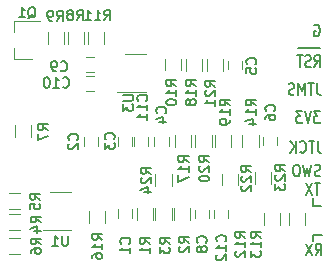
<source format=gbo>
%TF.GenerationSoftware,KiCad,Pcbnew,4.0.7*%
%TF.CreationDate,2017-12-01T19:39:18+08:00*%
%TF.ProjectId,ST-Link V2.1,53542D4C696E6B2056322E312E6B6963,rev?*%
%TF.FileFunction,Legend,Bot*%
%FSLAX46Y46*%
G04 Gerber Fmt 4.6, Leading zero omitted, Abs format (unit mm)*
G04 Created by KiCad (PCBNEW 4.0.7) date 12/01/17 19:39:18*
%MOMM*%
%LPD*%
G01*
G04 APERTURE LIST*
%ADD10C,0.100000*%
%ADD11C,0.200000*%
%ADD12C,0.120000*%
G04 APERTURE END LIST*
D10*
D11*
X27000000Y-20250000D02*
X27000000Y-20750000D01*
X27000000Y-20250000D02*
X27800000Y-20250000D01*
X27000000Y-17850000D02*
X27700000Y-17850000D01*
X27000000Y-17150000D02*
X27000000Y-17850000D01*
X27236666Y-22002381D02*
X27510000Y-21526190D01*
X27705238Y-22002381D02*
X27705238Y-21002381D01*
X27392857Y-21002381D01*
X27314762Y-21050000D01*
X27275714Y-21097619D01*
X27236666Y-21192857D01*
X27236666Y-21335714D01*
X27275714Y-21430952D01*
X27314762Y-21478571D01*
X27392857Y-21526190D01*
X27705238Y-21526190D01*
X26963333Y-21002381D02*
X26416666Y-22002381D01*
X26416666Y-21002381D02*
X26963333Y-22002381D01*
X27624762Y-15902381D02*
X27156190Y-15902381D01*
X27390476Y-16902381D02*
X27390476Y-15902381D01*
X26960952Y-15902381D02*
X26414285Y-16902381D01*
X26414285Y-15902381D02*
X26960952Y-16902381D01*
X27632381Y-15254762D02*
X27515238Y-15302381D01*
X27320000Y-15302381D01*
X27241904Y-15254762D01*
X27202857Y-15207143D01*
X27163809Y-15111905D01*
X27163809Y-15016667D01*
X27202857Y-14921429D01*
X27241904Y-14873810D01*
X27320000Y-14826190D01*
X27476190Y-14778571D01*
X27554285Y-14730952D01*
X27593333Y-14683333D01*
X27632381Y-14588095D01*
X27632381Y-14492857D01*
X27593333Y-14397619D01*
X27554285Y-14350000D01*
X27476190Y-14302381D01*
X27280952Y-14302381D01*
X27163809Y-14350000D01*
X26890476Y-14302381D02*
X26695238Y-15302381D01*
X26539048Y-14588095D01*
X26382857Y-15302381D01*
X26187619Y-14302381D01*
X25719047Y-14302381D02*
X25562857Y-14302381D01*
X25484762Y-14350000D01*
X25406666Y-14445238D01*
X25367619Y-14635714D01*
X25367619Y-14969048D01*
X25406666Y-15159524D01*
X25484762Y-15254762D01*
X25562857Y-15302381D01*
X25719047Y-15302381D01*
X25797143Y-15254762D01*
X25875238Y-15159524D01*
X25914286Y-14969048D01*
X25914286Y-14635714D01*
X25875238Y-14445238D01*
X25797143Y-14350000D01*
X25719047Y-14302381D01*
X27415238Y-12302381D02*
X27415238Y-13016667D01*
X27454286Y-13159524D01*
X27532381Y-13254762D01*
X27649524Y-13302381D01*
X27727619Y-13302381D01*
X27141905Y-12302381D02*
X26673333Y-12302381D01*
X26907619Y-13302381D02*
X26907619Y-12302381D01*
X25931428Y-13207143D02*
X25970476Y-13254762D01*
X26087619Y-13302381D01*
X26165714Y-13302381D01*
X26282857Y-13254762D01*
X26360952Y-13159524D01*
X26400000Y-13064286D01*
X26439048Y-12873810D01*
X26439048Y-12730952D01*
X26400000Y-12540476D01*
X26360952Y-12445238D01*
X26282857Y-12350000D01*
X26165714Y-12302381D01*
X26087619Y-12302381D01*
X25970476Y-12350000D01*
X25931428Y-12397619D01*
X25580000Y-13302381D02*
X25580000Y-12302381D01*
X25111428Y-13302381D02*
X25462857Y-12730952D01*
X25111428Y-12302381D02*
X25580000Y-12873810D01*
X27615237Y-9802381D02*
X27107618Y-9802381D01*
X27380951Y-10183333D01*
X27263809Y-10183333D01*
X27185713Y-10230952D01*
X27146666Y-10278571D01*
X27107618Y-10373810D01*
X27107618Y-10611905D01*
X27146666Y-10707143D01*
X27185713Y-10754762D01*
X27263809Y-10802381D01*
X27498094Y-10802381D01*
X27576190Y-10754762D01*
X27615237Y-10707143D01*
X26873333Y-9802381D02*
X26599999Y-10802381D01*
X26326666Y-9802381D01*
X26131428Y-9802381D02*
X25623809Y-9802381D01*
X25897142Y-10183333D01*
X25780000Y-10183333D01*
X25701904Y-10230952D01*
X25662857Y-10278571D01*
X25623809Y-10373810D01*
X25623809Y-10611905D01*
X25662857Y-10707143D01*
X25701904Y-10754762D01*
X25780000Y-10802381D01*
X26014285Y-10802381D01*
X26092381Y-10754762D01*
X26131428Y-10707143D01*
X27354285Y-7402381D02*
X27354285Y-8116667D01*
X27393333Y-8259524D01*
X27471428Y-8354762D01*
X27588571Y-8402381D01*
X27666666Y-8402381D01*
X27080952Y-7402381D02*
X26612380Y-7402381D01*
X26846666Y-8402381D02*
X26846666Y-7402381D01*
X26339047Y-8402381D02*
X26339047Y-7402381D01*
X26065714Y-8116667D01*
X25792380Y-7402381D01*
X25792380Y-8402381D01*
X25440952Y-8354762D02*
X25323809Y-8402381D01*
X25128571Y-8402381D01*
X25050475Y-8354762D01*
X25011428Y-8307143D01*
X24972380Y-8211905D01*
X24972380Y-8116667D01*
X25011428Y-8021429D01*
X25050475Y-7973810D01*
X25128571Y-7926190D01*
X25284761Y-7878571D01*
X25362856Y-7830952D01*
X25401904Y-7783333D01*
X25440952Y-7688095D01*
X25440952Y-7592857D01*
X25401904Y-7497619D01*
X25362856Y-7450000D01*
X25284761Y-7402381D01*
X25089523Y-7402381D01*
X24972380Y-7450000D01*
X27637143Y-4447619D02*
X27012381Y-4447619D01*
X27012381Y-4447619D02*
X26387619Y-4447619D01*
X26387619Y-4447619D02*
X25762857Y-4447619D01*
X27149047Y-6052381D02*
X27422381Y-5576190D01*
X27617619Y-6052381D02*
X27617619Y-5052381D01*
X27305238Y-5052381D01*
X27227143Y-5100000D01*
X27188095Y-5147619D01*
X27149047Y-5242857D01*
X27149047Y-5385714D01*
X27188095Y-5480952D01*
X27227143Y-5528571D01*
X27305238Y-5576190D01*
X27617619Y-5576190D01*
X26836667Y-6004762D02*
X26719524Y-6052381D01*
X26524286Y-6052381D01*
X26446190Y-6004762D01*
X26407143Y-5957143D01*
X26368095Y-5861905D01*
X26368095Y-5766667D01*
X26407143Y-5671429D01*
X26446190Y-5623810D01*
X26524286Y-5576190D01*
X26680476Y-5528571D01*
X26758571Y-5480952D01*
X26797619Y-5433333D01*
X26836667Y-5338095D01*
X26836667Y-5242857D01*
X26797619Y-5147619D01*
X26758571Y-5100000D01*
X26680476Y-5052381D01*
X26485238Y-5052381D01*
X26368095Y-5100000D01*
X26133810Y-5052381D02*
X25665238Y-5052381D01*
X25899524Y-6052381D02*
X25899524Y-5052381D01*
X27135238Y-2500000D02*
X27213333Y-2452381D01*
X27330476Y-2452381D01*
X27447619Y-2500000D01*
X27525714Y-2595238D01*
X27564762Y-2690476D01*
X27603810Y-2880952D01*
X27603810Y-3023810D01*
X27564762Y-3214286D01*
X27525714Y-3309524D01*
X27447619Y-3404762D01*
X27330476Y-3452381D01*
X27252381Y-3452381D01*
X27135238Y-3404762D01*
X27096190Y-3357143D01*
X27096190Y-3023810D01*
X27252381Y-3023810D01*
D12*
X15045000Y-16140000D02*
X15045000Y-15140000D01*
X13685000Y-15140000D02*
X13685000Y-16140000D01*
X22120000Y-14960000D02*
X22120000Y-15960000D01*
X23480000Y-15960000D02*
X23480000Y-14960000D01*
X20700000Y-16070000D02*
X20700000Y-15070000D01*
X19340000Y-15070000D02*
X19340000Y-16070000D01*
X16290000Y-5400000D02*
X16290000Y-6400000D01*
X17650000Y-6400000D02*
X17650000Y-5400000D01*
X15341600Y-11790000D02*
X15341600Y-12790000D01*
X16701600Y-12790000D02*
X16701600Y-11790000D01*
X17020000Y-18170000D02*
X17020000Y-18870000D01*
X18220000Y-18870000D02*
X18220000Y-18170000D01*
X23962200Y-12640000D02*
X23962200Y-11940000D01*
X22762200Y-11940000D02*
X22762200Y-12640000D01*
X21000000Y-6250000D02*
X21000000Y-5550000D01*
X19800000Y-5550000D02*
X19800000Y-6250000D01*
X14792800Y-12699400D02*
X14792800Y-11999400D01*
X13592800Y-11999400D02*
X13592800Y-12699400D01*
X8090000Y-18250000D02*
X8090000Y-19250000D01*
X9450000Y-19250000D02*
X9450000Y-18250000D01*
X26360912Y-19396150D02*
X26360912Y-18396150D01*
X25000912Y-18396150D02*
X25000912Y-19396150D01*
X22843600Y-18427000D02*
X22843600Y-19427000D01*
X24203600Y-19427000D02*
X24203600Y-18427000D01*
X4770000Y-16610000D02*
X6570000Y-16610000D01*
X6570000Y-19830000D02*
X4120000Y-19830000D01*
X19370000Y-6400000D02*
X19370000Y-5400000D01*
X18010000Y-5400000D02*
X18010000Y-6400000D01*
X18428800Y-12790000D02*
X18428800Y-11790000D01*
X17068800Y-11790000D02*
X17068800Y-12790000D01*
X18719800Y-11790000D02*
X18719800Y-12790000D01*
X20079800Y-12790000D02*
X20079800Y-11790000D01*
X22410000Y-12790000D02*
X22410000Y-11790000D01*
X21050000Y-11790000D02*
X21050000Y-12790000D01*
X9316200Y-4063400D02*
X9316200Y-3063400D01*
X7956200Y-3063400D02*
X7956200Y-4063400D01*
X15860000Y-6330000D02*
X15860000Y-5330000D01*
X14500000Y-5330000D02*
X14500000Y-6330000D01*
X4603400Y-3063400D02*
X4603400Y-4063400D01*
X5963400Y-4063400D02*
X5963400Y-3063400D01*
X7639800Y-4063400D02*
X7639800Y-3063400D01*
X6279800Y-3063400D02*
X6279800Y-4063400D01*
X3150200Y-11950000D02*
X3150200Y-10950000D01*
X1790200Y-10950000D02*
X1790200Y-11950000D01*
X1250000Y-21855000D02*
X2250000Y-21855000D01*
X2250000Y-20495000D02*
X1250000Y-20495000D01*
X1250000Y-18080000D02*
X2250000Y-18080000D01*
X2250000Y-16720000D02*
X1250000Y-16720000D01*
X1250000Y-19880000D02*
X2250000Y-19880000D01*
X2250000Y-18520000D02*
X1250000Y-18520000D01*
X15045000Y-18960400D02*
X15045000Y-17960400D01*
X13685000Y-17960400D02*
X13685000Y-18960400D01*
X16645200Y-18960400D02*
X16645200Y-17960400D01*
X15285200Y-17960400D02*
X15285200Y-18960400D01*
X13470200Y-18985800D02*
X13470200Y-17985800D01*
X12110200Y-17985800D02*
X12110200Y-18985800D01*
X1740000Y-5330000D02*
X1740000Y-4400000D01*
X1740000Y-2170000D02*
X1740000Y-3100000D01*
X1740000Y-2170000D02*
X3900000Y-2170000D01*
X1740000Y-5330000D02*
X3200000Y-5330000D01*
X13090000Y-12710000D02*
X13090000Y-12010000D01*
X11890000Y-12010000D02*
X11890000Y-12710000D01*
X8492600Y-5237600D02*
X7792600Y-5237600D01*
X7792600Y-6437600D02*
X8492600Y-6437600D01*
X10510000Y-12000000D02*
X10510000Y-12700000D01*
X11710000Y-12700000D02*
X11710000Y-12000000D01*
X8850000Y-12710000D02*
X8850000Y-12010000D01*
X7650000Y-12010000D02*
X7650000Y-12710000D01*
X11713800Y-18810400D02*
X11713800Y-18110400D01*
X10513800Y-18110400D02*
X10513800Y-18810400D01*
X18640000Y-18170000D02*
X18640000Y-18870000D01*
X19840000Y-18870000D02*
X19840000Y-18170000D01*
X8492600Y-6837800D02*
X7792600Y-6837800D01*
X7792600Y-8037800D02*
X8492600Y-8037800D01*
X11080000Y-4920000D02*
X12880000Y-4920000D01*
X12880000Y-8140000D02*
X10430000Y-8140000D01*
D11*
X13299524Y-15093571D02*
X12894762Y-14810238D01*
X13299524Y-14607857D02*
X12449524Y-14607857D01*
X12449524Y-14931666D01*
X12490000Y-15012619D01*
X12530476Y-15053095D01*
X12611429Y-15093571D01*
X12732857Y-15093571D01*
X12813810Y-15053095D01*
X12854286Y-15012619D01*
X12894762Y-14931666D01*
X12894762Y-14607857D01*
X12530476Y-15417381D02*
X12490000Y-15457857D01*
X12449524Y-15538809D01*
X12449524Y-15741190D01*
X12490000Y-15822143D01*
X12530476Y-15862619D01*
X12611429Y-15903095D01*
X12692381Y-15903095D01*
X12813810Y-15862619D01*
X13299524Y-15376905D01*
X13299524Y-15903095D01*
X12732857Y-16631667D02*
X13299524Y-16631667D01*
X12409048Y-16429286D02*
X13016190Y-16226905D01*
X13016190Y-16753095D01*
X24674524Y-14853571D02*
X24269762Y-14570238D01*
X24674524Y-14367857D02*
X23824524Y-14367857D01*
X23824524Y-14691666D01*
X23865000Y-14772619D01*
X23905476Y-14813095D01*
X23986429Y-14853571D01*
X24107857Y-14853571D01*
X24188810Y-14813095D01*
X24229286Y-14772619D01*
X24269762Y-14691666D01*
X24269762Y-14367857D01*
X23905476Y-15177381D02*
X23865000Y-15217857D01*
X23824524Y-15298809D01*
X23824524Y-15501190D01*
X23865000Y-15582143D01*
X23905476Y-15622619D01*
X23986429Y-15663095D01*
X24067381Y-15663095D01*
X24188810Y-15622619D01*
X24674524Y-15136905D01*
X24674524Y-15663095D01*
X23824524Y-15946429D02*
X23824524Y-16472619D01*
X24148333Y-16189286D01*
X24148333Y-16310714D01*
X24188810Y-16391667D01*
X24229286Y-16432143D01*
X24310238Y-16472619D01*
X24512619Y-16472619D01*
X24593571Y-16432143D01*
X24634048Y-16391667D01*
X24674524Y-16310714D01*
X24674524Y-16067857D01*
X24634048Y-15986905D01*
X24593571Y-15946429D01*
X21784524Y-14953571D02*
X21379762Y-14670238D01*
X21784524Y-14467857D02*
X20934524Y-14467857D01*
X20934524Y-14791666D01*
X20975000Y-14872619D01*
X21015476Y-14913095D01*
X21096429Y-14953571D01*
X21217857Y-14953571D01*
X21298810Y-14913095D01*
X21339286Y-14872619D01*
X21379762Y-14791666D01*
X21379762Y-14467857D01*
X21015476Y-15277381D02*
X20975000Y-15317857D01*
X20934524Y-15398809D01*
X20934524Y-15601190D01*
X20975000Y-15682143D01*
X21015476Y-15722619D01*
X21096429Y-15763095D01*
X21177381Y-15763095D01*
X21298810Y-15722619D01*
X21784524Y-15236905D01*
X21784524Y-15763095D01*
X21015476Y-16086905D02*
X20975000Y-16127381D01*
X20934524Y-16208333D01*
X20934524Y-16410714D01*
X20975000Y-16491667D01*
X21015476Y-16532143D01*
X21096429Y-16572619D01*
X21177381Y-16572619D01*
X21298810Y-16532143D01*
X21784524Y-16046429D01*
X21784524Y-16572619D01*
X17084524Y-7653571D02*
X16679762Y-7370238D01*
X17084524Y-7167857D02*
X16234524Y-7167857D01*
X16234524Y-7491666D01*
X16275000Y-7572619D01*
X16315476Y-7613095D01*
X16396429Y-7653571D01*
X16517857Y-7653571D01*
X16598810Y-7613095D01*
X16639286Y-7572619D01*
X16679762Y-7491666D01*
X16679762Y-7167857D01*
X17084524Y-8463095D02*
X17084524Y-7977381D01*
X17084524Y-8220238D02*
X16234524Y-8220238D01*
X16355952Y-8139286D01*
X16436905Y-8058333D01*
X16477381Y-7977381D01*
X16598810Y-8948810D02*
X16558333Y-8867857D01*
X16517857Y-8827381D01*
X16436905Y-8786905D01*
X16396429Y-8786905D01*
X16315476Y-8827381D01*
X16275000Y-8867857D01*
X16234524Y-8948810D01*
X16234524Y-9110714D01*
X16275000Y-9191667D01*
X16315476Y-9232143D01*
X16396429Y-9272619D01*
X16436905Y-9272619D01*
X16517857Y-9232143D01*
X16558333Y-9191667D01*
X16598810Y-9110714D01*
X16598810Y-8948810D01*
X16639286Y-8867857D01*
X16679762Y-8827381D01*
X16760714Y-8786905D01*
X16922619Y-8786905D01*
X17003571Y-8827381D01*
X17044048Y-8867857D01*
X17084524Y-8948810D01*
X17084524Y-9110714D01*
X17044048Y-9191667D01*
X17003571Y-9232143D01*
X16922619Y-9272619D01*
X16760714Y-9272619D01*
X16679762Y-9232143D01*
X16639286Y-9191667D01*
X16598810Y-9110714D01*
X16484524Y-14103571D02*
X16079762Y-13820238D01*
X16484524Y-13617857D02*
X15634524Y-13617857D01*
X15634524Y-13941666D01*
X15675000Y-14022619D01*
X15715476Y-14063095D01*
X15796429Y-14103571D01*
X15917857Y-14103571D01*
X15998810Y-14063095D01*
X16039286Y-14022619D01*
X16079762Y-13941666D01*
X16079762Y-13617857D01*
X16484524Y-14913095D02*
X16484524Y-14427381D01*
X16484524Y-14670238D02*
X15634524Y-14670238D01*
X15755952Y-14589286D01*
X15836905Y-14508333D01*
X15877381Y-14427381D01*
X15634524Y-15196429D02*
X15634524Y-15763095D01*
X16484524Y-15398810D01*
X17953571Y-20908333D02*
X17994048Y-20867857D01*
X18034524Y-20746428D01*
X18034524Y-20665476D01*
X17994048Y-20544048D01*
X17913095Y-20463095D01*
X17832143Y-20422619D01*
X17670238Y-20382143D01*
X17548810Y-20382143D01*
X17386905Y-20422619D01*
X17305952Y-20463095D01*
X17225000Y-20544048D01*
X17184524Y-20665476D01*
X17184524Y-20746428D01*
X17225000Y-20867857D01*
X17265476Y-20908333D01*
X17548810Y-21394048D02*
X17508333Y-21313095D01*
X17467857Y-21272619D01*
X17386905Y-21232143D01*
X17346429Y-21232143D01*
X17265476Y-21272619D01*
X17225000Y-21313095D01*
X17184524Y-21394048D01*
X17184524Y-21555952D01*
X17225000Y-21636905D01*
X17265476Y-21677381D01*
X17346429Y-21717857D01*
X17386905Y-21717857D01*
X17467857Y-21677381D01*
X17508333Y-21636905D01*
X17548810Y-21555952D01*
X17548810Y-21394048D01*
X17589286Y-21313095D01*
X17629762Y-21272619D01*
X17710714Y-21232143D01*
X17872619Y-21232143D01*
X17953571Y-21272619D01*
X17994048Y-21313095D01*
X18034524Y-21394048D01*
X18034524Y-21555952D01*
X17994048Y-21636905D01*
X17953571Y-21677381D01*
X17872619Y-21717857D01*
X17710714Y-21717857D01*
X17629762Y-21677381D01*
X17589286Y-21636905D01*
X17548810Y-21555952D01*
X23753571Y-9758333D02*
X23794048Y-9717857D01*
X23834524Y-9596428D01*
X23834524Y-9515476D01*
X23794048Y-9394048D01*
X23713095Y-9313095D01*
X23632143Y-9272619D01*
X23470238Y-9232143D01*
X23348810Y-9232143D01*
X23186905Y-9272619D01*
X23105952Y-9313095D01*
X23025000Y-9394048D01*
X22984524Y-9515476D01*
X22984524Y-9596428D01*
X23025000Y-9717857D01*
X23065476Y-9758333D01*
X22984524Y-10486905D02*
X22984524Y-10325000D01*
X23025000Y-10244048D01*
X23065476Y-10203571D01*
X23186905Y-10122619D01*
X23348810Y-10082143D01*
X23672619Y-10082143D01*
X23753571Y-10122619D01*
X23794048Y-10163095D01*
X23834524Y-10244048D01*
X23834524Y-10405952D01*
X23794048Y-10486905D01*
X23753571Y-10527381D01*
X23672619Y-10567857D01*
X23470238Y-10567857D01*
X23389286Y-10527381D01*
X23348810Y-10486905D01*
X23308333Y-10405952D01*
X23308333Y-10244048D01*
X23348810Y-10163095D01*
X23389286Y-10122619D01*
X23470238Y-10082143D01*
X22153571Y-5808333D02*
X22194048Y-5767857D01*
X22234524Y-5646428D01*
X22234524Y-5565476D01*
X22194048Y-5444048D01*
X22113095Y-5363095D01*
X22032143Y-5322619D01*
X21870238Y-5282143D01*
X21748810Y-5282143D01*
X21586905Y-5322619D01*
X21505952Y-5363095D01*
X21425000Y-5444048D01*
X21384524Y-5565476D01*
X21384524Y-5646428D01*
X21425000Y-5767857D01*
X21465476Y-5808333D01*
X21384524Y-6577381D02*
X21384524Y-6172619D01*
X21789286Y-6132143D01*
X21748810Y-6172619D01*
X21708333Y-6253571D01*
X21708333Y-6455952D01*
X21748810Y-6536905D01*
X21789286Y-6577381D01*
X21870238Y-6617857D01*
X22072619Y-6617857D01*
X22153571Y-6577381D01*
X22194048Y-6536905D01*
X22234524Y-6455952D01*
X22234524Y-6253571D01*
X22194048Y-6172619D01*
X22153571Y-6132143D01*
X14503571Y-9958333D02*
X14544048Y-9917857D01*
X14584524Y-9796428D01*
X14584524Y-9715476D01*
X14544048Y-9594048D01*
X14463095Y-9513095D01*
X14382143Y-9472619D01*
X14220238Y-9432143D01*
X14098810Y-9432143D01*
X13936905Y-9472619D01*
X13855952Y-9513095D01*
X13775000Y-9594048D01*
X13734524Y-9715476D01*
X13734524Y-9796428D01*
X13775000Y-9917857D01*
X13815476Y-9958333D01*
X14017857Y-10686905D02*
X14584524Y-10686905D01*
X13694048Y-10484524D02*
X14301190Y-10282143D01*
X14301190Y-10808333D01*
X9184524Y-20678571D02*
X8779762Y-20395238D01*
X9184524Y-20192857D02*
X8334524Y-20192857D01*
X8334524Y-20516666D01*
X8375000Y-20597619D01*
X8415476Y-20638095D01*
X8496429Y-20678571D01*
X8617857Y-20678571D01*
X8698810Y-20638095D01*
X8739286Y-20597619D01*
X8779762Y-20516666D01*
X8779762Y-20192857D01*
X9184524Y-21488095D02*
X9184524Y-21002381D01*
X9184524Y-21245238D02*
X8334524Y-21245238D01*
X8455952Y-21164286D01*
X8536905Y-21083333D01*
X8577381Y-21002381D01*
X8334524Y-22216667D02*
X8334524Y-22054762D01*
X8375000Y-21973810D01*
X8415476Y-21933333D01*
X8536905Y-21852381D01*
X8698810Y-21811905D01*
X9022619Y-21811905D01*
X9103571Y-21852381D01*
X9144048Y-21892857D01*
X9184524Y-21973810D01*
X9184524Y-22135714D01*
X9144048Y-22216667D01*
X9103571Y-22257143D01*
X9022619Y-22297619D01*
X8820238Y-22297619D01*
X8739286Y-22257143D01*
X8698810Y-22216667D01*
X8658333Y-22135714D01*
X8658333Y-21973810D01*
X8698810Y-21892857D01*
X8739286Y-21852381D01*
X8820238Y-21811905D01*
X22584524Y-20503571D02*
X22179762Y-20220238D01*
X22584524Y-20017857D02*
X21734524Y-20017857D01*
X21734524Y-20341666D01*
X21775000Y-20422619D01*
X21815476Y-20463095D01*
X21896429Y-20503571D01*
X22017857Y-20503571D01*
X22098810Y-20463095D01*
X22139286Y-20422619D01*
X22179762Y-20341666D01*
X22179762Y-20017857D01*
X22584524Y-21313095D02*
X22584524Y-20827381D01*
X22584524Y-21070238D02*
X21734524Y-21070238D01*
X21855952Y-20989286D01*
X21936905Y-20908333D01*
X21977381Y-20827381D01*
X21734524Y-21596429D02*
X21734524Y-22122619D01*
X22058333Y-21839286D01*
X22058333Y-21960714D01*
X22098810Y-22041667D01*
X22139286Y-22082143D01*
X22220238Y-22122619D01*
X22422619Y-22122619D01*
X22503571Y-22082143D01*
X22544048Y-22041667D01*
X22584524Y-21960714D01*
X22584524Y-21717857D01*
X22544048Y-21636905D01*
X22503571Y-21596429D01*
X21284524Y-20503571D02*
X20879762Y-20220238D01*
X21284524Y-20017857D02*
X20434524Y-20017857D01*
X20434524Y-20341666D01*
X20475000Y-20422619D01*
X20515476Y-20463095D01*
X20596429Y-20503571D01*
X20717857Y-20503571D01*
X20798810Y-20463095D01*
X20839286Y-20422619D01*
X20879762Y-20341666D01*
X20879762Y-20017857D01*
X21284524Y-21313095D02*
X21284524Y-20827381D01*
X21284524Y-21070238D02*
X20434524Y-21070238D01*
X20555952Y-20989286D01*
X20636905Y-20908333D01*
X20677381Y-20827381D01*
X20515476Y-21636905D02*
X20475000Y-21677381D01*
X20434524Y-21758333D01*
X20434524Y-21960714D01*
X20475000Y-22041667D01*
X20515476Y-22082143D01*
X20596429Y-22122619D01*
X20677381Y-22122619D01*
X20798810Y-22082143D01*
X21284524Y-21596429D01*
X21284524Y-22122619D01*
X6267619Y-20324524D02*
X6267619Y-21012619D01*
X6227143Y-21093571D01*
X6186667Y-21134048D01*
X6105714Y-21174524D01*
X5943810Y-21174524D01*
X5862857Y-21134048D01*
X5822381Y-21093571D01*
X5781905Y-21012619D01*
X5781905Y-20324524D01*
X4931905Y-21174524D02*
X5417619Y-21174524D01*
X5174762Y-21174524D02*
X5174762Y-20324524D01*
X5255714Y-20445952D01*
X5336667Y-20526905D01*
X5417619Y-20567381D01*
X18734524Y-7703571D02*
X18329762Y-7420238D01*
X18734524Y-7217857D02*
X17884524Y-7217857D01*
X17884524Y-7541666D01*
X17925000Y-7622619D01*
X17965476Y-7663095D01*
X18046429Y-7703571D01*
X18167857Y-7703571D01*
X18248810Y-7663095D01*
X18289286Y-7622619D01*
X18329762Y-7541666D01*
X18329762Y-7217857D01*
X17965476Y-8027381D02*
X17925000Y-8067857D01*
X17884524Y-8148809D01*
X17884524Y-8351190D01*
X17925000Y-8432143D01*
X17965476Y-8472619D01*
X18046429Y-8513095D01*
X18127381Y-8513095D01*
X18248810Y-8472619D01*
X18734524Y-7986905D01*
X18734524Y-8513095D01*
X18734524Y-9322619D02*
X18734524Y-8836905D01*
X18734524Y-9079762D02*
X17884524Y-9079762D01*
X18005952Y-8998810D01*
X18086905Y-8917857D01*
X18127381Y-8836905D01*
X18234524Y-14103571D02*
X17829762Y-13820238D01*
X18234524Y-13617857D02*
X17384524Y-13617857D01*
X17384524Y-13941666D01*
X17425000Y-14022619D01*
X17465476Y-14063095D01*
X17546429Y-14103571D01*
X17667857Y-14103571D01*
X17748810Y-14063095D01*
X17789286Y-14022619D01*
X17829762Y-13941666D01*
X17829762Y-13617857D01*
X17465476Y-14427381D02*
X17425000Y-14467857D01*
X17384524Y-14548809D01*
X17384524Y-14751190D01*
X17425000Y-14832143D01*
X17465476Y-14872619D01*
X17546429Y-14913095D01*
X17627381Y-14913095D01*
X17748810Y-14872619D01*
X18234524Y-14386905D01*
X18234524Y-14913095D01*
X17384524Y-15439286D02*
X17384524Y-15520238D01*
X17425000Y-15601190D01*
X17465476Y-15641667D01*
X17546429Y-15682143D01*
X17708333Y-15722619D01*
X17910714Y-15722619D01*
X18072619Y-15682143D01*
X18153571Y-15641667D01*
X18194048Y-15601190D01*
X18234524Y-15520238D01*
X18234524Y-15439286D01*
X18194048Y-15358333D01*
X18153571Y-15317857D01*
X18072619Y-15277381D01*
X17910714Y-15236905D01*
X17708333Y-15236905D01*
X17546429Y-15277381D01*
X17465476Y-15317857D01*
X17425000Y-15358333D01*
X17384524Y-15439286D01*
X19984524Y-9303571D02*
X19579762Y-9020238D01*
X19984524Y-8817857D02*
X19134524Y-8817857D01*
X19134524Y-9141666D01*
X19175000Y-9222619D01*
X19215476Y-9263095D01*
X19296429Y-9303571D01*
X19417857Y-9303571D01*
X19498810Y-9263095D01*
X19539286Y-9222619D01*
X19579762Y-9141666D01*
X19579762Y-8817857D01*
X19984524Y-10113095D02*
X19984524Y-9627381D01*
X19984524Y-9870238D02*
X19134524Y-9870238D01*
X19255952Y-9789286D01*
X19336905Y-9708333D01*
X19377381Y-9627381D01*
X19984524Y-10517857D02*
X19984524Y-10679762D01*
X19944048Y-10760714D01*
X19903571Y-10801190D01*
X19782143Y-10882143D01*
X19620238Y-10922619D01*
X19296429Y-10922619D01*
X19215476Y-10882143D01*
X19175000Y-10841667D01*
X19134524Y-10760714D01*
X19134524Y-10598810D01*
X19175000Y-10517857D01*
X19215476Y-10477381D01*
X19296429Y-10436905D01*
X19498810Y-10436905D01*
X19579762Y-10477381D01*
X19620238Y-10517857D01*
X19660714Y-10598810D01*
X19660714Y-10760714D01*
X19620238Y-10841667D01*
X19579762Y-10882143D01*
X19498810Y-10922619D01*
X22184524Y-9303571D02*
X21779762Y-9020238D01*
X22184524Y-8817857D02*
X21334524Y-8817857D01*
X21334524Y-9141666D01*
X21375000Y-9222619D01*
X21415476Y-9263095D01*
X21496429Y-9303571D01*
X21617857Y-9303571D01*
X21698810Y-9263095D01*
X21739286Y-9222619D01*
X21779762Y-9141666D01*
X21779762Y-8817857D01*
X22184524Y-10113095D02*
X22184524Y-9627381D01*
X22184524Y-9870238D02*
X21334524Y-9870238D01*
X21455952Y-9789286D01*
X21536905Y-9708333D01*
X21577381Y-9627381D01*
X21617857Y-10841667D02*
X22184524Y-10841667D01*
X21294048Y-10639286D02*
X21901190Y-10436905D01*
X21901190Y-10963095D01*
X9346429Y-2084524D02*
X9629762Y-1679762D01*
X9832143Y-2084524D02*
X9832143Y-1234524D01*
X9508334Y-1234524D01*
X9427381Y-1275000D01*
X9386905Y-1315476D01*
X9346429Y-1396429D01*
X9346429Y-1517857D01*
X9386905Y-1598810D01*
X9427381Y-1639286D01*
X9508334Y-1679762D01*
X9832143Y-1679762D01*
X8536905Y-2084524D02*
X9022619Y-2084524D01*
X8779762Y-2084524D02*
X8779762Y-1234524D01*
X8860714Y-1355952D01*
X8941667Y-1436905D01*
X9022619Y-1477381D01*
X7727381Y-2084524D02*
X8213095Y-2084524D01*
X7970238Y-2084524D02*
X7970238Y-1234524D01*
X8051190Y-1355952D01*
X8132143Y-1436905D01*
X8213095Y-1477381D01*
X15444524Y-7653571D02*
X15039762Y-7370238D01*
X15444524Y-7167857D02*
X14594524Y-7167857D01*
X14594524Y-7491666D01*
X14635000Y-7572619D01*
X14675476Y-7613095D01*
X14756429Y-7653571D01*
X14877857Y-7653571D01*
X14958810Y-7613095D01*
X14999286Y-7572619D01*
X15039762Y-7491666D01*
X15039762Y-7167857D01*
X15444524Y-8463095D02*
X15444524Y-7977381D01*
X15444524Y-8220238D02*
X14594524Y-8220238D01*
X14715952Y-8139286D01*
X14796905Y-8058333D01*
X14837381Y-7977381D01*
X14594524Y-8989286D02*
X14594524Y-9070238D01*
X14635000Y-9151190D01*
X14675476Y-9191667D01*
X14756429Y-9232143D01*
X14918333Y-9272619D01*
X15120714Y-9272619D01*
X15282619Y-9232143D01*
X15363571Y-9191667D01*
X15404048Y-9151190D01*
X15444524Y-9070238D01*
X15444524Y-8989286D01*
X15404048Y-8908333D01*
X15363571Y-8867857D01*
X15282619Y-8827381D01*
X15120714Y-8786905D01*
X14918333Y-8786905D01*
X14756429Y-8827381D01*
X14675476Y-8867857D01*
X14635000Y-8908333D01*
X14594524Y-8989286D01*
X5341667Y-2134524D02*
X5625000Y-1729762D01*
X5827381Y-2134524D02*
X5827381Y-1284524D01*
X5503572Y-1284524D01*
X5422619Y-1325000D01*
X5382143Y-1365476D01*
X5341667Y-1446429D01*
X5341667Y-1567857D01*
X5382143Y-1648810D01*
X5422619Y-1689286D01*
X5503572Y-1729762D01*
X5827381Y-1729762D01*
X4936905Y-2134524D02*
X4775000Y-2134524D01*
X4694048Y-2094048D01*
X4653572Y-2053571D01*
X4572619Y-1932143D01*
X4532143Y-1770238D01*
X4532143Y-1446429D01*
X4572619Y-1365476D01*
X4613095Y-1325000D01*
X4694048Y-1284524D01*
X4855952Y-1284524D01*
X4936905Y-1325000D01*
X4977381Y-1365476D01*
X5017857Y-1446429D01*
X5017857Y-1648810D01*
X4977381Y-1729762D01*
X4936905Y-1770238D01*
X4855952Y-1810714D01*
X4694048Y-1810714D01*
X4613095Y-1770238D01*
X4572619Y-1729762D01*
X4532143Y-1648810D01*
X7041667Y-2084524D02*
X7325000Y-1679762D01*
X7527381Y-2084524D02*
X7527381Y-1234524D01*
X7203572Y-1234524D01*
X7122619Y-1275000D01*
X7082143Y-1315476D01*
X7041667Y-1396429D01*
X7041667Y-1517857D01*
X7082143Y-1598810D01*
X7122619Y-1639286D01*
X7203572Y-1679762D01*
X7527381Y-1679762D01*
X6555952Y-1598810D02*
X6636905Y-1558333D01*
X6677381Y-1517857D01*
X6717857Y-1436905D01*
X6717857Y-1396429D01*
X6677381Y-1315476D01*
X6636905Y-1275000D01*
X6555952Y-1234524D01*
X6394048Y-1234524D01*
X6313095Y-1275000D01*
X6272619Y-1315476D01*
X6232143Y-1396429D01*
X6232143Y-1436905D01*
X6272619Y-1517857D01*
X6313095Y-1558333D01*
X6394048Y-1598810D01*
X6555952Y-1598810D01*
X6636905Y-1639286D01*
X6677381Y-1679762D01*
X6717857Y-1760714D01*
X6717857Y-1922619D01*
X6677381Y-2003571D01*
X6636905Y-2044048D01*
X6555952Y-2084524D01*
X6394048Y-2084524D01*
X6313095Y-2044048D01*
X6272619Y-2003571D01*
X6232143Y-1922619D01*
X6232143Y-1760714D01*
X6272619Y-1679762D01*
X6313095Y-1639286D01*
X6394048Y-1598810D01*
X4584524Y-11399533D02*
X4179762Y-11116200D01*
X4584524Y-10913819D02*
X3734524Y-10913819D01*
X3734524Y-11237628D01*
X3775000Y-11318581D01*
X3815476Y-11359057D01*
X3896429Y-11399533D01*
X4017857Y-11399533D01*
X4098810Y-11359057D01*
X4139286Y-11318581D01*
X4179762Y-11237628D01*
X4179762Y-10913819D01*
X3734524Y-11682867D02*
X3734524Y-12249533D01*
X4584524Y-11885248D01*
X3984524Y-21058333D02*
X3579762Y-20775000D01*
X3984524Y-20572619D02*
X3134524Y-20572619D01*
X3134524Y-20896428D01*
X3175000Y-20977381D01*
X3215476Y-21017857D01*
X3296429Y-21058333D01*
X3417857Y-21058333D01*
X3498810Y-21017857D01*
X3539286Y-20977381D01*
X3579762Y-20896428D01*
X3579762Y-20572619D01*
X3134524Y-21786905D02*
X3134524Y-21625000D01*
X3175000Y-21544048D01*
X3215476Y-21503571D01*
X3336905Y-21422619D01*
X3498810Y-21382143D01*
X3822619Y-21382143D01*
X3903571Y-21422619D01*
X3944048Y-21463095D01*
X3984524Y-21544048D01*
X3984524Y-21705952D01*
X3944048Y-21786905D01*
X3903571Y-21827381D01*
X3822619Y-21867857D01*
X3620238Y-21867857D01*
X3539286Y-21827381D01*
X3498810Y-21786905D01*
X3458333Y-21705952D01*
X3458333Y-21544048D01*
X3498810Y-21463095D01*
X3539286Y-21422619D01*
X3620238Y-21382143D01*
X3917924Y-17284733D02*
X3513162Y-17001400D01*
X3917924Y-16799019D02*
X3067924Y-16799019D01*
X3067924Y-17122828D01*
X3108400Y-17203781D01*
X3148876Y-17244257D01*
X3229829Y-17284733D01*
X3351257Y-17284733D01*
X3432210Y-17244257D01*
X3472686Y-17203781D01*
X3513162Y-17122828D01*
X3513162Y-16799019D01*
X3067924Y-18053781D02*
X3067924Y-17649019D01*
X3472686Y-17608543D01*
X3432210Y-17649019D01*
X3391733Y-17729971D01*
X3391733Y-17932352D01*
X3432210Y-18013305D01*
X3472686Y-18053781D01*
X3553638Y-18094257D01*
X3756019Y-18094257D01*
X3836971Y-18053781D01*
X3877448Y-18013305D01*
X3917924Y-17932352D01*
X3917924Y-17729971D01*
X3877448Y-17649019D01*
X3836971Y-17608543D01*
X3959524Y-19208333D02*
X3554762Y-18925000D01*
X3959524Y-18722619D02*
X3109524Y-18722619D01*
X3109524Y-19046428D01*
X3150000Y-19127381D01*
X3190476Y-19167857D01*
X3271429Y-19208333D01*
X3392857Y-19208333D01*
X3473810Y-19167857D01*
X3514286Y-19127381D01*
X3554762Y-19046428D01*
X3554762Y-18722619D01*
X3392857Y-19936905D02*
X3959524Y-19936905D01*
X3069048Y-19734524D02*
X3676190Y-19532143D01*
X3676190Y-20058333D01*
X14884524Y-21008333D02*
X14479762Y-20725000D01*
X14884524Y-20522619D02*
X14034524Y-20522619D01*
X14034524Y-20846428D01*
X14075000Y-20927381D01*
X14115476Y-20967857D01*
X14196429Y-21008333D01*
X14317857Y-21008333D01*
X14398810Y-20967857D01*
X14439286Y-20927381D01*
X14479762Y-20846428D01*
X14479762Y-20522619D01*
X14034524Y-21291667D02*
X14034524Y-21817857D01*
X14358333Y-21534524D01*
X14358333Y-21655952D01*
X14398810Y-21736905D01*
X14439286Y-21777381D01*
X14520238Y-21817857D01*
X14722619Y-21817857D01*
X14803571Y-21777381D01*
X14844048Y-21736905D01*
X14884524Y-21655952D01*
X14884524Y-21413095D01*
X14844048Y-21332143D01*
X14803571Y-21291667D01*
X16509524Y-20933333D02*
X16104762Y-20650000D01*
X16509524Y-20447619D02*
X15659524Y-20447619D01*
X15659524Y-20771428D01*
X15700000Y-20852381D01*
X15740476Y-20892857D01*
X15821429Y-20933333D01*
X15942857Y-20933333D01*
X16023810Y-20892857D01*
X16064286Y-20852381D01*
X16104762Y-20771428D01*
X16104762Y-20447619D01*
X15740476Y-21257143D02*
X15700000Y-21297619D01*
X15659524Y-21378571D01*
X15659524Y-21580952D01*
X15700000Y-21661905D01*
X15740476Y-21702381D01*
X15821429Y-21742857D01*
X15902381Y-21742857D01*
X16023810Y-21702381D01*
X16509524Y-21216667D01*
X16509524Y-21742857D01*
X13184524Y-21008333D02*
X12779762Y-20725000D01*
X13184524Y-20522619D02*
X12334524Y-20522619D01*
X12334524Y-20846428D01*
X12375000Y-20927381D01*
X12415476Y-20967857D01*
X12496429Y-21008333D01*
X12617857Y-21008333D01*
X12698810Y-20967857D01*
X12739286Y-20927381D01*
X12779762Y-20846428D01*
X12779762Y-20522619D01*
X13184524Y-21817857D02*
X13184524Y-21332143D01*
X13184524Y-21575000D02*
X12334524Y-21575000D01*
X12455952Y-21494048D01*
X12536905Y-21413095D01*
X12577381Y-21332143D01*
X2880952Y-1925476D02*
X2961905Y-1885000D01*
X3042857Y-1804048D01*
X3164286Y-1682619D01*
X3245238Y-1642143D01*
X3326190Y-1642143D01*
X3285714Y-1844524D02*
X3366667Y-1804048D01*
X3447619Y-1723095D01*
X3488095Y-1561190D01*
X3488095Y-1277857D01*
X3447619Y-1115952D01*
X3366667Y-1035000D01*
X3285714Y-994524D01*
X3123810Y-994524D01*
X3042857Y-1035000D01*
X2961905Y-1115952D01*
X2921429Y-1277857D01*
X2921429Y-1561190D01*
X2961905Y-1723095D01*
X3042857Y-1804048D01*
X3123810Y-1844524D01*
X3285714Y-1844524D01*
X2111905Y-1844524D02*
X2597619Y-1844524D01*
X2354762Y-1844524D02*
X2354762Y-994524D01*
X2435714Y-1115952D01*
X2516667Y-1196905D01*
X2597619Y-1237381D01*
X12903571Y-8903571D02*
X12944048Y-8863095D01*
X12984524Y-8741666D01*
X12984524Y-8660714D01*
X12944048Y-8539286D01*
X12863095Y-8458333D01*
X12782143Y-8417857D01*
X12620238Y-8377381D01*
X12498810Y-8377381D01*
X12336905Y-8417857D01*
X12255952Y-8458333D01*
X12175000Y-8539286D01*
X12134524Y-8660714D01*
X12134524Y-8741666D01*
X12175000Y-8863095D01*
X12215476Y-8903571D01*
X12984524Y-9713095D02*
X12984524Y-9227381D01*
X12984524Y-9470238D02*
X12134524Y-9470238D01*
X12255952Y-9389286D01*
X12336905Y-9308333D01*
X12377381Y-9227381D01*
X12984524Y-10522619D02*
X12984524Y-10036905D01*
X12984524Y-10279762D02*
X12134524Y-10279762D01*
X12255952Y-10198810D01*
X12336905Y-10117857D01*
X12377381Y-10036905D01*
X5666667Y-6328571D02*
X5707143Y-6369048D01*
X5828572Y-6409524D01*
X5909524Y-6409524D01*
X6030952Y-6369048D01*
X6111905Y-6288095D01*
X6152381Y-6207143D01*
X6192857Y-6045238D01*
X6192857Y-5923810D01*
X6152381Y-5761905D01*
X6111905Y-5680952D01*
X6030952Y-5600000D01*
X5909524Y-5559524D01*
X5828572Y-5559524D01*
X5707143Y-5600000D01*
X5666667Y-5640476D01*
X5261905Y-6409524D02*
X5100000Y-6409524D01*
X5019048Y-6369048D01*
X4978572Y-6328571D01*
X4897619Y-6207143D01*
X4857143Y-6045238D01*
X4857143Y-5721429D01*
X4897619Y-5640476D01*
X4938095Y-5600000D01*
X5019048Y-5559524D01*
X5180952Y-5559524D01*
X5261905Y-5600000D01*
X5302381Y-5640476D01*
X5342857Y-5721429D01*
X5342857Y-5923810D01*
X5302381Y-6004762D01*
X5261905Y-6045238D01*
X5180952Y-6085714D01*
X5019048Y-6085714D01*
X4938095Y-6045238D01*
X4897619Y-6004762D01*
X4857143Y-5923810D01*
X10153571Y-12158333D02*
X10194048Y-12117857D01*
X10234524Y-11996428D01*
X10234524Y-11915476D01*
X10194048Y-11794048D01*
X10113095Y-11713095D01*
X10032143Y-11672619D01*
X9870238Y-11632143D01*
X9748810Y-11632143D01*
X9586905Y-11672619D01*
X9505952Y-11713095D01*
X9425000Y-11794048D01*
X9384524Y-11915476D01*
X9384524Y-11996428D01*
X9425000Y-12117857D01*
X9465476Y-12158333D01*
X9384524Y-12441667D02*
X9384524Y-12967857D01*
X9708333Y-12684524D01*
X9708333Y-12805952D01*
X9748810Y-12886905D01*
X9789286Y-12927381D01*
X9870238Y-12967857D01*
X10072619Y-12967857D01*
X10153571Y-12927381D01*
X10194048Y-12886905D01*
X10234524Y-12805952D01*
X10234524Y-12563095D01*
X10194048Y-12482143D01*
X10153571Y-12441667D01*
X7053571Y-12218333D02*
X7094048Y-12177857D01*
X7134524Y-12056428D01*
X7134524Y-11975476D01*
X7094048Y-11854048D01*
X7013095Y-11773095D01*
X6932143Y-11732619D01*
X6770238Y-11692143D01*
X6648810Y-11692143D01*
X6486905Y-11732619D01*
X6405952Y-11773095D01*
X6325000Y-11854048D01*
X6284524Y-11975476D01*
X6284524Y-12056428D01*
X6325000Y-12177857D01*
X6365476Y-12218333D01*
X6365476Y-12542143D02*
X6325000Y-12582619D01*
X6284524Y-12663571D01*
X6284524Y-12865952D01*
X6325000Y-12946905D01*
X6365476Y-12987381D01*
X6446429Y-13027857D01*
X6527381Y-13027857D01*
X6648810Y-12987381D01*
X7134524Y-12501667D01*
X7134524Y-13027857D01*
X11453571Y-21008333D02*
X11494048Y-20967857D01*
X11534524Y-20846428D01*
X11534524Y-20765476D01*
X11494048Y-20644048D01*
X11413095Y-20563095D01*
X11332143Y-20522619D01*
X11170238Y-20482143D01*
X11048810Y-20482143D01*
X10886905Y-20522619D01*
X10805952Y-20563095D01*
X10725000Y-20644048D01*
X10684524Y-20765476D01*
X10684524Y-20846428D01*
X10725000Y-20967857D01*
X10765476Y-21008333D01*
X11534524Y-21817857D02*
X11534524Y-21332143D01*
X11534524Y-21575000D02*
X10684524Y-21575000D01*
X10805952Y-21494048D01*
X10886905Y-21413095D01*
X10927381Y-21332143D01*
X19603571Y-20803571D02*
X19644048Y-20763095D01*
X19684524Y-20641666D01*
X19684524Y-20560714D01*
X19644048Y-20439286D01*
X19563095Y-20358333D01*
X19482143Y-20317857D01*
X19320238Y-20277381D01*
X19198810Y-20277381D01*
X19036905Y-20317857D01*
X18955952Y-20358333D01*
X18875000Y-20439286D01*
X18834524Y-20560714D01*
X18834524Y-20641666D01*
X18875000Y-20763095D01*
X18915476Y-20803571D01*
X19684524Y-21613095D02*
X19684524Y-21127381D01*
X19684524Y-21370238D02*
X18834524Y-21370238D01*
X18955952Y-21289286D01*
X19036905Y-21208333D01*
X19077381Y-21127381D01*
X18915476Y-21936905D02*
X18875000Y-21977381D01*
X18834524Y-22058333D01*
X18834524Y-22260714D01*
X18875000Y-22341667D01*
X18915476Y-22382143D01*
X18996429Y-22422619D01*
X19077381Y-22422619D01*
X19198810Y-22382143D01*
X19684524Y-21896429D01*
X19684524Y-22422619D01*
X5846429Y-7703571D02*
X5886905Y-7744048D01*
X6008334Y-7784524D01*
X6089286Y-7784524D01*
X6210714Y-7744048D01*
X6291667Y-7663095D01*
X6332143Y-7582143D01*
X6372619Y-7420238D01*
X6372619Y-7298810D01*
X6332143Y-7136905D01*
X6291667Y-7055952D01*
X6210714Y-6975000D01*
X6089286Y-6934524D01*
X6008334Y-6934524D01*
X5886905Y-6975000D01*
X5846429Y-7015476D01*
X5036905Y-7784524D02*
X5522619Y-7784524D01*
X5279762Y-7784524D02*
X5279762Y-6934524D01*
X5360714Y-7055952D01*
X5441667Y-7136905D01*
X5522619Y-7177381D01*
X4510714Y-6934524D02*
X4429762Y-6934524D01*
X4348810Y-6975000D01*
X4308333Y-7015476D01*
X4267857Y-7096429D01*
X4227381Y-7258333D01*
X4227381Y-7460714D01*
X4267857Y-7622619D01*
X4308333Y-7703571D01*
X4348810Y-7744048D01*
X4429762Y-7784524D01*
X4510714Y-7784524D01*
X4591667Y-7744048D01*
X4632143Y-7703571D01*
X4672619Y-7622619D01*
X4713095Y-7460714D01*
X4713095Y-7258333D01*
X4672619Y-7096429D01*
X4632143Y-7015476D01*
X4591667Y-6975000D01*
X4510714Y-6934524D01*
X10934524Y-8402381D02*
X11622619Y-8402381D01*
X11703571Y-8442857D01*
X11744048Y-8483333D01*
X11784524Y-8564286D01*
X11784524Y-8726190D01*
X11744048Y-8807143D01*
X11703571Y-8847619D01*
X11622619Y-8888095D01*
X10934524Y-8888095D01*
X10934524Y-9211905D02*
X10934524Y-9738095D01*
X11258333Y-9454762D01*
X11258333Y-9576190D01*
X11298810Y-9657143D01*
X11339286Y-9697619D01*
X11420238Y-9738095D01*
X11622619Y-9738095D01*
X11703571Y-9697619D01*
X11744048Y-9657143D01*
X11784524Y-9576190D01*
X11784524Y-9333333D01*
X11744048Y-9252381D01*
X11703571Y-9211905D01*
M02*

</source>
